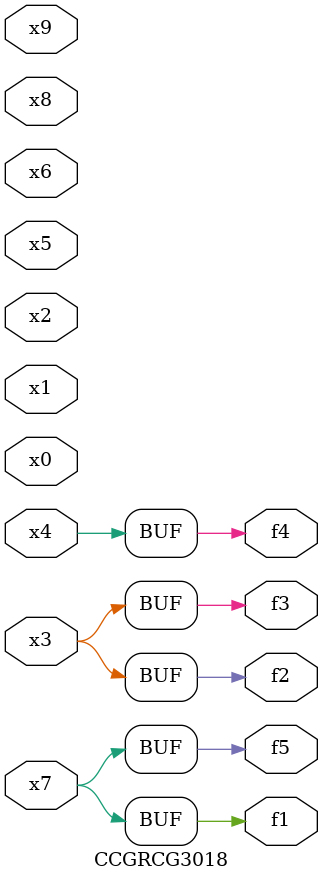
<source format=v>
module CCGRCG3018(
	input x0, x1, x2, x3, x4, x5, x6, x7, x8, x9,
	output f1, f2, f3, f4, f5
);
	assign f1 = x7;
	assign f2 = x3;
	assign f3 = x3;
	assign f4 = x4;
	assign f5 = x7;
endmodule

</source>
